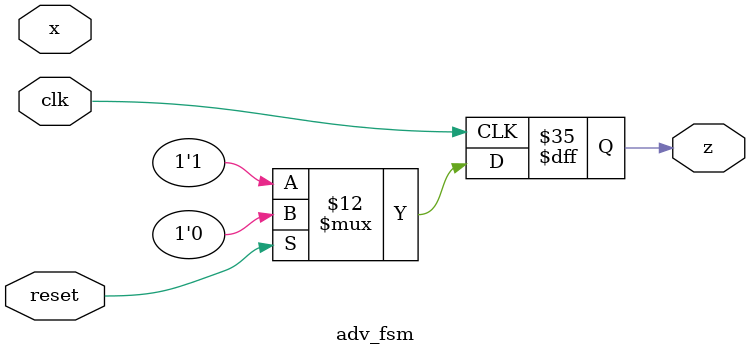
<source format=v>
module adv_fsm(
input clk,
input reset,
input x,
output z ); 
reg [1:0] present_state, next_state;
parameter IDLE=0, S1=1, S10=2, S101=3;
// output signal z is asserted to 1 when present_state is S101 
// present_state is reset to IDLE when rset is high
// otherwise it is assigned next state
// if present_state is IDLE, next_state is assigned S1 if x is 1, otherwise next_state stays at IDLE
// if present_state is S1, next_state is assigned S10 if x is 0, otherwise next_state stays at IDLE 
// if present_state is S10, next_state is assigned S101 if x is 1, otherwise next_state stays at IDLE 
// if present_state is S101, next_state is assigned IDLE


always @(posedge clk)
begin
    if (reset == 1)
        next_state = IDLE;
    else
        next_state = present_state;
    if (x == 1)
        present_state = S1;
    else if (x == 0)
        present_state = S10;
    else
        present_state = IDLE;
    if (present_state == S1)
        next_state = S101;
    if (present_state == S10)
        next_state = S101;
    if (present_state == S101)
        next_state = IDLE;
end

always @(posedge clk)
begin
    if (reset == 1)
        z = 0;
    else
        z = 1;
end

always @(posedge clk)
begin
end
endmodule

</source>
